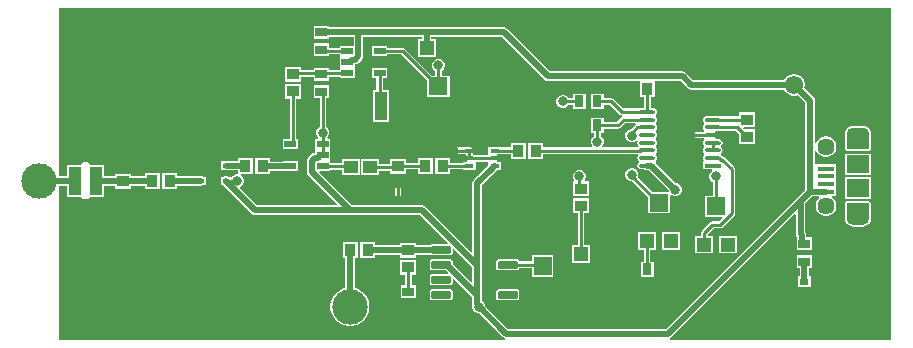
<source format=gbr>
G04*
G04 #@! TF.GenerationSoftware,Altium Limited,Altium Designer,24.6.1 (21)*
G04*
G04 Layer_Physical_Order=1*
G04 Layer_Color=255*
%FSLAX25Y25*%
%MOIN*%
G70*
G04*
G04 #@! TF.SameCoordinates,070BA572-D09E-44C5-9521-77B36399D436*
G04*
G04*
G04 #@! TF.FilePolarity,Positive*
G04*
G01*
G75*
%ADD11C,0.01968*%
%ADD17C,0.01000*%
%ADD18R,0.04724X0.04724*%
%ADD19R,0.06299X0.05906*%
%ADD20R,0.04724X0.04724*%
%ADD21R,0.05906X0.06299*%
%ADD22R,0.03937X0.03150*%
%ADD23R,0.03150X0.02362*%
%ADD24R,0.05336X0.01342*%
G04:AMPARAMS|DCode=25|XSize=53.36mil|YSize=13.42mil|CornerRadius=6.71mil|HoleSize=0mil|Usage=FLASHONLY|Rotation=180.000|XOffset=0mil|YOffset=0mil|HoleType=Round|Shape=RoundedRectangle|*
%AMROUNDEDRECTD25*
21,1,0.05336,0.00000,0,0,180.0*
21,1,0.03995,0.01342,0,0,180.0*
1,1,0.01342,-0.01997,0.00000*
1,1,0.01342,0.01997,0.00000*
1,1,0.01342,0.01997,0.00000*
1,1,0.01342,-0.01997,0.00000*
%
%ADD25ROUNDEDRECTD25*%
%ADD26R,0.03740X0.04134*%
%ADD27R,0.05315X0.01575*%
%ADD28R,0.07480X0.05906*%
%ADD29R,0.03150X0.03937*%
%ADD30R,0.04134X0.03740*%
%ADD31R,0.04134X0.09449*%
%ADD32R,0.03850X0.02200*%
%ADD33R,0.02362X0.01575*%
%ADD34R,0.04748X0.04166*%
%ADD35R,0.03100X0.01400*%
G04:AMPARAMS|DCode=36|XSize=25.59mil|YSize=64.96mil|CornerRadius=1.92mil|HoleSize=0mil|Usage=FLASHONLY|Rotation=270.000|XOffset=0mil|YOffset=0mil|HoleType=Round|Shape=RoundedRectangle|*
%AMROUNDEDRECTD36*
21,1,0.02559,0.06112,0,0,270.0*
21,1,0.02175,0.06496,0,0,270.0*
1,1,0.00384,-0.03056,-0.01088*
1,1,0.00384,-0.03056,0.01088*
1,1,0.00384,0.03056,0.01088*
1,1,0.00384,0.03056,-0.01088*
%
%ADD36ROUNDEDRECTD36*%
%ADD37C,0.05709*%
%ADD38C,0.06102*%
%ADD39R,0.06102X0.06102*%
%ADD40C,0.03150*%
%ADD41C,0.02800*%
%ADD42C,0.11811*%
%ADD43C,0.02000*%
G36*
X587833Y413323D02*
X587826Y413286D01*
X587487Y413060D01*
X586093Y411665D01*
X586069D01*
X585273Y411336D01*
X584664Y410727D01*
X584335Y409931D01*
Y409069D01*
X584664Y408273D01*
X585273Y407664D01*
X586069Y407335D01*
X586931D01*
X587727Y407664D01*
X587948Y407885D01*
X588364Y407595D01*
X588290Y407221D01*
X588388Y406728D01*
X588666Y406311D01*
X588498Y405825D01*
X588282Y405612D01*
X576881D01*
X576674Y406112D01*
X576836Y406273D01*
X577165Y407069D01*
Y407931D01*
X576836Y408727D01*
X576227Y409336D01*
X576112Y409383D01*
Y410441D01*
X577118D01*
Y411888D01*
X581807D01*
X581807Y411888D01*
X582232Y411973D01*
X582593Y412214D01*
X584165Y413786D01*
X587672D01*
X587833Y413323D01*
D02*
G37*
G36*
X673000Y341500D02*
X599080D01*
X599013Y341996D01*
X599115Y342017D01*
X599635Y342365D01*
X640627Y383356D01*
X641089Y383165D01*
Y376721D01*
X641089Y376720D01*
X641211Y376106D01*
X641410Y375808D01*
Y374043D01*
X641410Y374043D01*
X641441Y373888D01*
Y371287D01*
X646559D01*
Y375618D01*
X644621D01*
Y376399D01*
X644499Y377014D01*
X644300Y377312D01*
Y387029D01*
X646547Y389276D01*
X648737D01*
X648932Y388776D01*
X648428Y388273D01*
X647975Y387487D01*
X647740Y386611D01*
Y385704D01*
X647975Y384828D01*
X648428Y384042D01*
X649070Y383401D01*
X649855Y382947D01*
X650732Y382713D01*
X651639D01*
X652515Y382947D01*
X653300Y383401D01*
X653942Y384042D01*
X654395Y384828D01*
X654630Y385704D01*
Y386611D01*
X654395Y387487D01*
X653942Y388273D01*
X653300Y388914D01*
X653145Y389004D01*
X653279Y389504D01*
X654433D01*
Y392063D01*
Y394622D01*
Y397181D01*
Y399937D01*
X647937D01*
Y399937D01*
X647488Y400059D01*
Y404400D01*
X647975Y404513D01*
X648428Y403727D01*
X649070Y403086D01*
X649855Y402632D01*
X650732Y402398D01*
X651639D01*
X652515Y402632D01*
X653300Y403086D01*
X653942Y403727D01*
X654395Y404513D01*
X654630Y405389D01*
Y406296D01*
X654395Y407172D01*
X653942Y407958D01*
X653300Y408599D01*
X652515Y409053D01*
X651639Y409287D01*
X650732D01*
X649855Y409053D01*
X649070Y408599D01*
X648428Y407958D01*
X647975Y407172D01*
X647488Y407285D01*
Y421118D01*
X647488Y421118D01*
X647365Y421733D01*
X647017Y422254D01*
X647017Y422254D01*
X643953Y425317D01*
X644142Y426021D01*
Y426979D01*
X643893Y427906D01*
X643414Y428736D01*
X642736Y429414D01*
X641906Y429893D01*
X640979Y430142D01*
X640021D01*
X639094Y429893D01*
X638264Y429414D01*
X637586Y428736D01*
X637222Y428106D01*
X606898D01*
X604530Y430474D01*
X604009Y430822D01*
X603395Y430944D01*
X603394Y430944D01*
X559165D01*
X544974Y445135D01*
X544453Y445483D01*
X543838Y445606D01*
X543838Y445606D01*
X518000D01*
X518000Y445606D01*
X518000Y445606D01*
X485559D01*
Y446165D01*
X480441D01*
Y441835D01*
X485559D01*
Y442394D01*
X493716D01*
Y439431D01*
X489110D01*
Y438852D01*
X485559D01*
Y440260D01*
X480441D01*
Y435929D01*
X485559D01*
Y436628D01*
X489110D01*
Y436050D01*
X489109Y436050D01*
Y435690D01*
X489109D01*
X489110Y435550D01*
Y432450D01*
X489109Y432309D01*
X489110Y431872D01*
X488959Y431372D01*
X485559D01*
Y432165D01*
X480441D01*
Y431372D01*
X476158D01*
Y432461D01*
X470843D01*
Y427539D01*
X476158D01*
Y429148D01*
X480441D01*
Y427835D01*
X485559D01*
Y429148D01*
X489110D01*
Y428569D01*
X494140D01*
Y431809D01*
X494141Y431950D01*
Y432309D01*
X494140Y432450D01*
Y432803D01*
X494284Y433263D01*
X494898Y433385D01*
X495419Y433733D01*
X496457Y434771D01*
X496457Y434771D01*
X496805Y435292D01*
X496927Y435906D01*
Y442394D01*
X516457D01*
Y441748D01*
X515110D01*
Y435843D01*
X521016D01*
Y441748D01*
X519669D01*
Y442394D01*
X543173D01*
X557365Y428203D01*
X557886Y427855D01*
X558500Y427733D01*
X588716D01*
X589185Y427658D01*
X589185Y427233D01*
Y422342D01*
X590461D01*
Y418743D01*
X589576D01*
X589084Y418645D01*
X588970Y418569D01*
X583504D01*
X580286Y421786D01*
X579925Y422027D01*
X579500Y422112D01*
X579500Y422112D01*
X577071D01*
Y423559D01*
X572740D01*
Y418441D01*
X577071D01*
Y419888D01*
X579039D01*
X582257Y416671D01*
X582257Y416670D01*
X582618Y416429D01*
X583033Y416347D01*
X583050Y416315D01*
X583159Y415845D01*
X582918Y415684D01*
X582918Y415684D01*
X581346Y414112D01*
X577118D01*
Y415559D01*
X572787D01*
Y410441D01*
X573888D01*
Y409383D01*
X573773Y409336D01*
X573164Y408727D01*
X572835Y407931D01*
Y407069D01*
X573164Y406273D01*
X573326Y406112D01*
X573119Y405612D01*
X556815D01*
Y407158D01*
X551894D01*
Y401842D01*
X556815D01*
Y403388D01*
X588362D01*
X588429Y403306D01*
X588584Y402888D01*
X588388Y402595D01*
X588290Y402102D01*
X588388Y401610D01*
X588666Y401193D01*
X588770Y401124D01*
Y400522D01*
X588666Y400453D01*
X588388Y400035D01*
X588290Y399543D01*
X588388Y399051D01*
X588666Y398634D01*
X589084Y398355D01*
X589576Y398257D01*
X590663D01*
X590959Y398060D01*
X591573Y397938D01*
X592279D01*
X598822Y391395D01*
Y391069D01*
X598610Y390752D01*
X593332D01*
X588475Y395609D01*
X588665Y396069D01*
Y396931D01*
X588336Y397727D01*
X587727Y398336D01*
X586931Y398665D01*
X586069D01*
X585273Y398336D01*
X584664Y397727D01*
X584335Y396931D01*
Y396069D01*
X584664Y395273D01*
X585273Y394664D01*
X586069Y394335D01*
X586605D01*
X591760Y389179D01*
Y383665D01*
X599240D01*
Y389531D01*
X599702Y389723D01*
X599760Y389664D01*
X600556Y389335D01*
X601418D01*
X602214Y389664D01*
X602823Y390273D01*
X603152Y391069D01*
Y391931D01*
X602823Y392727D01*
X602214Y393336D01*
X601418Y393665D01*
X601092D01*
X594768Y399990D01*
X594759Y400035D01*
X594480Y400453D01*
X594376Y400522D01*
Y401124D01*
X594480Y401193D01*
X594759Y401610D01*
X594857Y402102D01*
X594759Y402595D01*
X594480Y403012D01*
X594376Y403081D01*
Y403683D01*
X594480Y403752D01*
X594759Y404169D01*
X594857Y404661D01*
X594759Y405154D01*
X594480Y405571D01*
X594376Y405640D01*
Y406242D01*
X594480Y406311D01*
X594759Y406728D01*
X594857Y407221D01*
X594759Y407713D01*
X594480Y408130D01*
X594376Y408199D01*
Y408801D01*
X594480Y408870D01*
X594759Y409287D01*
X594857Y409780D01*
X594759Y410272D01*
X594480Y410689D01*
X594376Y410758D01*
Y411360D01*
X594480Y411429D01*
X594759Y411846D01*
X594857Y412339D01*
X594759Y412831D01*
X594480Y413248D01*
X594376Y413317D01*
Y413919D01*
X594480Y413988D01*
X594759Y414405D01*
X594857Y414898D01*
X594759Y415390D01*
X594480Y415807D01*
X594376Y415876D01*
Y416478D01*
X594480Y416547D01*
X594759Y416964D01*
X594857Y417457D01*
X594759Y417949D01*
X594480Y418366D01*
X594063Y418645D01*
X593571Y418743D01*
X592685D01*
Y422342D01*
X594106D01*
X594106Y427658D01*
X594575Y427733D01*
X602729D01*
X605097Y425365D01*
X605097Y425365D01*
X605618Y425017D01*
X606233Y424894D01*
X606233Y424894D01*
X637222D01*
X637586Y424264D01*
X638264Y423586D01*
X639094Y423106D01*
X640021Y422858D01*
X640979D01*
X641683Y423047D01*
X644276Y420453D01*
Y391547D01*
X641559Y388830D01*
X641559Y388830D01*
X597835Y345106D01*
X545318D01*
X537665Y352759D01*
Y352931D01*
X537336Y353727D01*
X536727Y354336D01*
X536503Y354428D01*
Y356449D01*
Y366401D01*
Y392973D01*
X541270Y397740D01*
X541270Y397740D01*
X541496Y398079D01*
X541603Y398150D01*
X542840D01*
Y400732D01*
X541665D01*
X541573Y400854D01*
X541488Y401207D01*
X541556Y401319D01*
X541727Y401575D01*
X541812Y402000D01*
X541727Y402425D01*
X541498Y402768D01*
X541519Y402875D01*
X541665Y403268D01*
X542840D01*
Y403447D01*
X546185D01*
Y401842D01*
X551106D01*
Y407158D01*
X546185D01*
Y405671D01*
X542840D01*
Y405850D01*
X538559D01*
X538559Y403268D01*
X538124Y403112D01*
X533412D01*
Y404559D01*
X533327Y404985D01*
X533086Y405345D01*
X532725Y405586D01*
X532300Y405671D01*
X527059D01*
X526634Y405586D01*
X526273Y405345D01*
X526032Y404985D01*
X525947Y404559D01*
X526032Y404134D01*
X526273Y403773D01*
X526634Y403532D01*
X527059Y403447D01*
X531188D01*
Y402000D01*
X531273Y401575D01*
X531502Y401232D01*
X531481Y401125D01*
X531335Y400732D01*
X530160D01*
Y400553D01*
X525815D01*
Y402157D01*
X520894D01*
Y396843D01*
X525815D01*
Y398329D01*
X530160D01*
Y398150D01*
X534441D01*
X534441Y400732D01*
X534876Y400888D01*
X538124D01*
X538559Y400732D01*
Y399571D01*
X533762Y394774D01*
X533414Y394253D01*
X533292Y393638D01*
X533292Y393638D01*
Y370931D01*
X532830Y370740D01*
X517780Y385789D01*
X517260Y386137D01*
X516645Y386259D01*
X516645Y386259D01*
X493116D01*
X482268Y397107D01*
X482459Y397569D01*
X485890D01*
Y398148D01*
X489783D01*
Y396326D01*
X495712D01*
Y401674D01*
X489783D01*
Y400372D01*
X485890D01*
Y400950D01*
X485891Y400950D01*
Y401309D01*
X485891D01*
X485890Y401450D01*
Y404691D01*
X485891D01*
Y405050D01*
X485890D01*
Y408431D01*
X485200D01*
X484993Y408931D01*
X485336Y409273D01*
X485665Y410069D01*
Y410931D01*
X485336Y411727D01*
X484727Y412336D01*
X484612Y412383D01*
Y421929D01*
X485559D01*
Y426260D01*
X480441D01*
Y421929D01*
X482388D01*
Y412383D01*
X482273Y412336D01*
X481664Y411727D01*
X481335Y410931D01*
Y410069D01*
X481664Y409273D01*
X482007Y408931D01*
X481800Y408431D01*
X480860D01*
Y405050D01*
X480859D01*
Y404691D01*
X480860D01*
Y403737D01*
X480716D01*
X480102Y403615D01*
X479581Y403267D01*
X479581Y403267D01*
X478543Y402229D01*
X478195Y401708D01*
X478073Y401094D01*
X478073Y401094D01*
Y397426D01*
X478073Y397426D01*
X478195Y396812D01*
X478543Y396291D01*
X488112Y386721D01*
X487921Y386259D01*
X461586D01*
X455830Y392016D01*
X455928Y392506D01*
X456168Y392605D01*
X456777Y393214D01*
X457106Y394010D01*
Y394872D01*
X456777Y395668D01*
X456168Y396277D01*
X456008Y396342D01*
X456108Y396843D01*
X460106D01*
Y402157D01*
X455185D01*
Y401181D01*
X451134D01*
X450513Y401057D01*
X450333Y400937D01*
X449362D01*
Y398181D01*
X450333D01*
X450513Y398061D01*
X451134Y397937D01*
X455185D01*
Y397106D01*
X455185Y396843D01*
X454783Y396606D01*
X454510D01*
X453714Y396277D01*
X453362Y395924D01*
X452906Y395819D01*
X452906Y395819D01*
X451906D01*
X451748Y395924D01*
X451134Y396047D01*
X450519Y395924D01*
X450361Y395819D01*
X449362D01*
Y393063D01*
X450241D01*
X459786Y383518D01*
X459786Y383518D01*
X460307Y383170D01*
X460921Y383048D01*
X492451D01*
X492451Y383048D01*
X492451Y383048D01*
X515980D01*
X525180Y373847D01*
X524989Y373385D01*
X519822D01*
X519517Y373325D01*
X519258Y373152D01*
X519178Y373033D01*
X514657D01*
Y373815D01*
X509342D01*
Y373033D01*
X500815D01*
Y374158D01*
X495894D01*
Y368843D01*
X500815D01*
Y369822D01*
X509342D01*
Y368894D01*
X514657D01*
Y369822D01*
X519298D01*
X519517Y369675D01*
X519822Y369615D01*
X525934D01*
X526239Y369675D01*
X526498Y369848D01*
X526671Y370107D01*
X526732Y370412D01*
Y371643D01*
X527194Y371834D01*
X533292Y365736D01*
Y360979D01*
X532830Y360787D01*
X526732Y366885D01*
Y367588D01*
X526671Y367893D01*
X526498Y368152D01*
X526239Y368325D01*
X525934Y368385D01*
X519822D01*
X519517Y368325D01*
X519258Y368152D01*
X519085Y367893D01*
X519024Y367588D01*
Y365412D01*
X519085Y365107D01*
X519258Y364848D01*
X519517Y364675D01*
X519822Y364615D01*
X524461D01*
X525228Y363847D01*
X525037Y363385D01*
X519822D01*
X519517Y363325D01*
X519258Y363152D01*
X519085Y362893D01*
X519024Y362588D01*
Y360412D01*
X519085Y360107D01*
X519258Y359848D01*
X519517Y359675D01*
X519822Y359615D01*
X525934D01*
X526239Y359675D01*
X526498Y359848D01*
X526671Y360107D01*
X526732Y360412D01*
Y361691D01*
X527194Y361882D01*
X533292Y355784D01*
Y353256D01*
X533292Y353256D01*
X533349Y352966D01*
X533335Y352931D01*
Y352069D01*
X533664Y351273D01*
X534273Y350664D01*
X535069Y350335D01*
X535548D01*
X543518Y342365D01*
X544039Y342017D01*
X544141Y341996D01*
X544073Y341500D01*
X395500D01*
Y392878D01*
X398059D01*
Y389185D01*
X402932D01*
Y388988D01*
X403119Y388536D01*
X403571Y388349D01*
X405146D01*
X405598Y388536D01*
X405785Y388988D01*
Y389185D01*
X410658D01*
Y392878D01*
X414342D01*
Y391894D01*
X419658D01*
Y392878D01*
X424185D01*
Y391843D01*
X429106D01*
Y397158D01*
X424185D01*
Y396122D01*
X419658D01*
Y396815D01*
X414342D01*
Y396122D01*
X410658D01*
Y399815D01*
X405785D01*
Y400012D01*
X405598Y400464D01*
X405146Y400651D01*
X403571D01*
X403119Y400464D01*
X402932Y400012D01*
Y399815D01*
X398059D01*
Y396122D01*
X395500D01*
Y452000D01*
X673000D01*
Y341500D01*
D02*
G37*
%LPC*%
G36*
X504890Y439431D02*
X499859D01*
Y436050D01*
X504890D01*
Y436628D01*
X509602D01*
X518260Y427971D01*
Y422457D01*
X525740D01*
Y429543D01*
X523112D01*
Y431117D01*
X523227Y431164D01*
X523836Y431773D01*
X524165Y432569D01*
Y433431D01*
X523836Y434227D01*
X523227Y434836D01*
X522431Y435165D01*
X521569D01*
X520773Y434836D01*
X520164Y434227D01*
X519835Y433431D01*
Y432569D01*
X520164Y431773D01*
X520773Y431164D01*
X520888Y431117D01*
Y429543D01*
X519832D01*
X510849Y438526D01*
X510489Y438767D01*
X510063Y438852D01*
X510063Y438852D01*
X504890D01*
Y439431D01*
D02*
G37*
G36*
X571165Y423559D02*
X566835D01*
Y422112D01*
X565383D01*
X565336Y422227D01*
X564727Y422836D01*
X563931Y423165D01*
X563069D01*
X562273Y422836D01*
X561664Y422227D01*
X561335Y421431D01*
Y420569D01*
X561664Y419773D01*
X562273Y419164D01*
X563069Y418835D01*
X563931D01*
X564727Y419164D01*
X565336Y419773D01*
X565383Y419888D01*
X566835D01*
Y418441D01*
X571165D01*
Y423559D01*
D02*
G37*
G36*
X627658Y417315D02*
X622342D01*
Y416010D01*
X616030D01*
X615916Y416086D01*
X615424Y416184D01*
X611429D01*
X610937Y416086D01*
X610520Y415807D01*
X610241Y415390D01*
X610143Y414898D01*
X610241Y414405D01*
X610520Y413988D01*
X610624Y413919D01*
Y413317D01*
X610520Y413248D01*
X610241Y412831D01*
X610143Y412339D01*
X610241Y411846D01*
X610520Y411429D01*
X610576Y411391D01*
X610425Y410891D01*
X606280D01*
X605854Y410807D01*
X605493Y410566D01*
X605252Y410205D01*
X605168Y409780D01*
X605252Y409354D01*
X605493Y408993D01*
X605854Y408752D01*
X606280Y408668D01*
X610425D01*
X610576Y408168D01*
X610520Y408130D01*
X610241Y407713D01*
X610143Y407221D01*
X610241Y406728D01*
X610520Y406311D01*
X610624Y406242D01*
Y405640D01*
X610520Y405571D01*
X610241Y405154D01*
X610143Y404661D01*
X610241Y404169D01*
X610520Y403752D01*
X610624Y403683D01*
Y403081D01*
X610520Y403012D01*
X610241Y402595D01*
X610143Y402102D01*
X610241Y401610D01*
X610445Y401305D01*
X610309Y400916D01*
X610224Y400805D01*
X610168D01*
Y398282D01*
X613066D01*
X613181Y398034D01*
X613220Y397782D01*
X612664Y397227D01*
X612335Y396431D01*
Y395569D01*
X612664Y394773D01*
X613273Y394164D01*
X613388Y394117D01*
Y389543D01*
X610760D01*
Y382457D01*
X616376D01*
X616567Y381995D01*
X615515Y380943D01*
X613327D01*
X613327Y380943D01*
X612902Y380858D01*
X612541Y380617D01*
X609777Y377853D01*
X609536Y377492D01*
X609451Y377067D01*
X609451Y377067D01*
Y376157D01*
X607610D01*
Y370252D01*
X613516D01*
Y376157D01*
X611798D01*
X611726Y376658D01*
X613788Y378719D01*
X615976D01*
X615976Y378719D01*
X616401Y378804D01*
X616762Y379045D01*
X620511Y382793D01*
X620511Y382793D01*
X620752Y383154D01*
X620836Y383580D01*
Y398405D01*
X620836Y398405D01*
X620752Y398831D01*
X620511Y399191D01*
X620511Y399191D01*
X617414Y402288D01*
X617054Y402529D01*
X616628Y402613D01*
X616628Y402613D01*
X616600D01*
X616333Y403012D01*
X616229Y403081D01*
Y403683D01*
X616333Y403752D01*
X616612Y404169D01*
X616710Y404661D01*
X616612Y405154D01*
X616333Y405571D01*
X616229Y405640D01*
Y406242D01*
X616333Y406311D01*
X616612Y406728D01*
X616710Y407221D01*
X616612Y407713D01*
X616333Y408130D01*
X615916Y408409D01*
X615424Y408506D01*
X614385D01*
X614237Y408924D01*
X614222Y409007D01*
X614454Y409354D01*
X614539Y409780D01*
X614454Y410205D01*
X614222Y410553D01*
X614237Y410635D01*
X614385Y411053D01*
X615424D01*
X615916Y411150D01*
X616030Y411227D01*
X621150D01*
X622342Y410034D01*
Y406685D01*
X627658D01*
Y411606D01*
X623917D01*
X623628Y411957D01*
X623815Y412394D01*
X627658D01*
Y417315D01*
D02*
G37*
G36*
X504890Y431950D02*
X499860D01*
Y428569D01*
X501263D01*
Y424815D01*
X500343D01*
Y414185D01*
X505657D01*
Y424815D01*
X503487D01*
Y428569D01*
X504890D01*
Y431950D01*
D02*
G37*
G36*
X476158Y426752D02*
X470843D01*
Y421831D01*
X472388D01*
Y408431D01*
X470110D01*
Y405050D01*
X475140D01*
Y408431D01*
X474612D01*
Y421831D01*
X476158D01*
Y426752D01*
D02*
G37*
G36*
X663587Y412781D02*
X660043Y412781D01*
X659949Y412742D01*
X659375Y412666D01*
X658753Y412409D01*
X658218Y411998D01*
X657808Y411464D01*
X657550Y410841D01*
X657475Y410267D01*
X657436Y410173D01*
Y405055D01*
X657623Y404603D01*
X658075Y404416D01*
X665555D01*
X666007Y404603D01*
X666194Y405055D01*
Y410173D01*
X666155Y410267D01*
X666080Y410841D01*
X665822Y411464D01*
X665412Y411998D01*
X664877Y412409D01*
X664255Y412666D01*
X663681Y412742D01*
X663587Y412781D01*
D02*
G37*
G36*
X520106Y402157D02*
X515185D01*
Y400466D01*
X511158D01*
Y401815D01*
X505842D01*
Y400112D01*
X502217D01*
Y401674D01*
X496288D01*
Y396326D01*
X502217D01*
Y397888D01*
X505842D01*
Y396894D01*
X511158D01*
Y398242D01*
X515185D01*
Y396843D01*
X520106D01*
Y402157D01*
D02*
G37*
G36*
X465815D02*
X460894D01*
Y396843D01*
X465815D01*
Y397638D01*
X470110D01*
Y397569D01*
X475140D01*
Y400950D01*
X470110D01*
Y400882D01*
X465815D01*
Y402157D01*
D02*
G37*
G36*
X666146Y403480D02*
X657484D01*
Y396394D01*
X666146D01*
Y403480D01*
D02*
G37*
G36*
X434815Y397158D02*
X429894D01*
Y391843D01*
X434815D01*
Y392819D01*
X442866D01*
X443487Y392943D01*
X443667Y393063D01*
X444638D01*
Y395819D01*
X443667D01*
X443487Y395939D01*
X442866Y396063D01*
X434815D01*
Y397158D01*
D02*
G37*
G36*
X569431Y398165D02*
X568569D01*
X567773Y397836D01*
X567164Y397227D01*
X566835Y396431D01*
Y395569D01*
X567147Y394815D01*
X566969Y394315D01*
X566843D01*
Y389394D01*
X572157D01*
Y394315D01*
X571031D01*
X570853Y394815D01*
X571165Y395569D01*
Y396431D01*
X570836Y397227D01*
X570227Y397836D01*
X569431Y398165D01*
D02*
G37*
G36*
X666146Y395606D02*
X657484D01*
Y388520D01*
X666146D01*
Y395606D01*
D02*
G37*
G36*
X508500Y394758D02*
X508075Y394673D01*
X507714Y394432D01*
X507473Y394071D01*
X507388Y393646D01*
Y388000D01*
X507473Y387575D01*
X507714Y387214D01*
X508075Y386973D01*
X508500Y386888D01*
X508925Y386973D01*
X509286Y387214D01*
X509527Y387575D01*
X509612Y388000D01*
Y393646D01*
X509527Y394071D01*
X509286Y394432D01*
X508925Y394673D01*
X508500Y394758D01*
D02*
G37*
G36*
X665555Y387584D02*
X658075D01*
X657623Y387397D01*
X657436Y386945D01*
Y381827D01*
X657475Y381733D01*
X657550Y381159D01*
X657808Y380536D01*
X658218Y380002D01*
X658753Y379591D01*
X659375Y379334D01*
X659949Y379258D01*
X660043Y379219D01*
X663587Y379219D01*
X663681Y379258D01*
X664255Y379334D01*
X664877Y379591D01*
X665412Y380002D01*
X665822Y380536D01*
X666080Y381159D01*
X666155Y381733D01*
X666194Y381827D01*
Y386945D01*
X666007Y387397D01*
X665555Y387584D01*
D02*
G37*
G36*
X602390Y377366D02*
X596484D01*
Y371461D01*
X602390D01*
Y377366D01*
D02*
G37*
G36*
X621390Y376157D02*
X615484D01*
Y370252D01*
X621390D01*
Y376157D01*
D02*
G37*
G36*
X560287Y369852D02*
X553201D01*
Y367612D01*
X548971D01*
X548915Y367893D01*
X548742Y368152D01*
X548484Y368325D01*
X548178Y368385D01*
X542066D01*
X541761Y368325D01*
X541502Y368152D01*
X541329Y367893D01*
X541268Y367588D01*
Y365412D01*
X541329Y365107D01*
X541502Y364848D01*
X541761Y364675D01*
X542066Y364615D01*
X548178D01*
X548484Y364675D01*
X548742Y364848D01*
X548915Y365107D01*
X548971Y365388D01*
X553201D01*
Y362372D01*
X560287D01*
Y369852D01*
D02*
G37*
G36*
X572157Y388606D02*
X566843D01*
Y383685D01*
X568428D01*
Y373002D01*
X566587D01*
Y367096D01*
X572492D01*
Y373002D01*
X570651D01*
Y383685D01*
X572157D01*
Y388606D01*
D02*
G37*
G36*
X594516Y377366D02*
X588610D01*
Y371461D01*
X590435D01*
Y367559D01*
X589382D01*
Y362441D01*
X593713D01*
Y367559D01*
X592659D01*
Y371461D01*
X594516D01*
Y377366D01*
D02*
G37*
G36*
X646559Y369713D02*
X641441D01*
Y365382D01*
X642394D01*
Y362626D01*
X641835D01*
Y359083D01*
X646165D01*
Y362626D01*
X645606D01*
Y365382D01*
X646559D01*
Y369713D01*
D02*
G37*
G36*
X514657Y368106D02*
X509342D01*
Y363185D01*
X510888D01*
Y359618D01*
X509441D01*
Y355287D01*
X514559D01*
Y359618D01*
X513112D01*
Y363185D01*
X514657D01*
Y368106D01*
D02*
G37*
G36*
X548178Y358385D02*
X542066D01*
X541761Y358325D01*
X541502Y358152D01*
X541329Y357893D01*
X541268Y357588D01*
Y355412D01*
X541329Y355107D01*
X541502Y354848D01*
X541761Y354675D01*
X542066Y354615D01*
X548178D01*
X548484Y354675D01*
X548742Y354848D01*
X548915Y355107D01*
X548976Y355412D01*
Y357588D01*
X548915Y357893D01*
X548742Y358152D01*
X548484Y358325D01*
X548178Y358385D01*
D02*
G37*
G36*
X525934D02*
X519822D01*
X519517Y358325D01*
X519258Y358152D01*
X519085Y357893D01*
X519024Y357588D01*
Y355412D01*
X519085Y355107D01*
X519258Y354848D01*
X519517Y354675D01*
X519822Y354615D01*
X525934D01*
X526239Y354675D01*
X526498Y354848D01*
X526671Y355107D01*
X526732Y355412D01*
Y357588D01*
X526671Y357893D01*
X526498Y358152D01*
X526239Y358325D01*
X525934Y358385D01*
D02*
G37*
G36*
X495106Y374158D02*
X490185D01*
Y368843D01*
X490967D01*
Y358818D01*
X490605Y358746D01*
X489423Y358257D01*
X488359Y357546D01*
X487454Y356641D01*
X486743Y355577D01*
X486254Y354395D01*
X486004Y353140D01*
Y351860D01*
X486254Y350605D01*
X486743Y349423D01*
X487454Y348359D01*
X488359Y347454D01*
X489423Y346743D01*
X490605Y346254D01*
X491860Y346004D01*
X493140D01*
X494395Y346254D01*
X495577Y346743D01*
X496641Y347454D01*
X497546Y348359D01*
X498257Y349423D01*
X498746Y350605D01*
X498996Y351860D01*
Y353140D01*
X498746Y354395D01*
X498257Y355577D01*
X497546Y356641D01*
X496641Y357546D01*
X495577Y358257D01*
X494395Y358746D01*
X494178Y358789D01*
Y368843D01*
X495106D01*
Y374158D01*
D02*
G37*
%LPD*%
G36*
X663587Y410173D02*
X660043D01*
Y412142D01*
X663587Y412142D01*
Y410173D01*
D02*
G37*
G36*
X665555Y405055D02*
X658075D01*
Y410173D01*
X665555D01*
Y405055D01*
D02*
G37*
G36*
Y381827D02*
X658075D01*
Y386945D01*
X665555D01*
Y381827D01*
D02*
G37*
G36*
X663587Y379858D02*
X660043Y379858D01*
Y381827D01*
X663587D01*
Y379858D01*
D02*
G37*
D11*
X664571Y381827D02*
G03*
X664571Y381827I-984J0D01*
G01*
X661028D02*
G03*
X661028Y381827I-984J0D01*
G01*
X664571Y410173D02*
G03*
X664571Y410173I-984J0D01*
G01*
X661027D02*
G03*
X661027Y410173I-984J0D01*
G01*
X518000Y444000D02*
X543838D01*
X495500D02*
X518000D01*
X518063Y438795D02*
Y443937D01*
X518000Y444000D02*
X518063Y443937D01*
X644000Y360854D02*
Y367547D01*
X598500Y343500D02*
X642694Y387694D01*
X645882Y390882D02*
Y421118D01*
X643016Y374043D02*
X643606Y373453D01*
X642694Y376720D02*
X643016Y376399D01*
X642694Y376720D02*
Y387694D01*
X643606Y373453D02*
X644000D01*
X643016Y374043D02*
Y376399D01*
X642694Y387694D02*
X645882Y390882D01*
X534897Y353256D02*
X544653Y343500D01*
X534897Y393638D02*
X540134Y398875D01*
X540418Y399441D02*
X540700D01*
X540134Y399157D02*
X540418Y399441D01*
X540134Y398875D02*
Y399157D01*
X534897Y366401D02*
Y393638D01*
X591573Y399543D02*
X592944D01*
X600987Y391500D01*
X483000Y444000D02*
X495500D01*
X492450Y434000D02*
X493319Y434868D01*
X495322Y435906D02*
Y443822D01*
X491625Y434000D02*
X492450D01*
X493319Y434868D02*
X494284D01*
X495322Y435906D01*
Y443822D02*
X495500Y444000D01*
X558500Y429338D02*
X603395D01*
X543838Y444000D02*
X558500Y429338D01*
X603395D02*
X606233Y426500D01*
X640500D01*
X645882Y421118D01*
X460921Y384653D02*
X492451D01*
X451134Y394441D02*
X460921Y384653D01*
X516645D02*
X534897Y366401D01*
X492451Y384653D02*
X516645D01*
X534897Y356449D02*
Y366401D01*
X479678Y397426D02*
X492451Y384653D01*
X479678Y397426D02*
Y401094D01*
X480716Y402132D01*
X481681D01*
X482550Y403000D01*
X483375D01*
X522878Y366500D02*
X524847D01*
X534897Y356449D01*
X544653Y343500D02*
X598500D01*
X534897Y353256D02*
Y356449D01*
X645882Y390882D02*
X651185D01*
X492573Y352573D02*
Y371427D01*
X492500Y352500D02*
X492573Y352573D01*
Y371427D02*
X492646Y371500D01*
X498354D02*
X498427Y371427D01*
X511927D02*
X512000Y371354D01*
X498427Y371427D02*
X511927D01*
X512073D02*
X522805D01*
X512000Y371354D02*
X512073Y371427D01*
X522805D02*
X522878Y371500D01*
D17*
X521803Y426000D02*
X522000D01*
X502375Y437740D02*
X510063D01*
X521803Y426000D01*
X610563Y373205D02*
Y377067D01*
X613327Y379831D01*
X615976D01*
X619724Y383580D01*
Y398405D01*
X595303Y387209D02*
X595500D01*
X586500Y396012D02*
X595303Y387209D01*
X586500Y396012D02*
Y396500D01*
X591547Y365000D02*
Y374398D01*
X591563Y374413D01*
X569500Y386146D02*
X569539Y386106D01*
Y370049D02*
Y386106D01*
X545122Y366500D02*
X556356D01*
X556744Y366112D01*
X569000Y392354D02*
X569500Y391854D01*
X569000Y392354D02*
Y396000D01*
X522000Y426000D02*
Y433000D01*
X483000Y424094D02*
X483500Y423595D01*
Y410500D02*
Y423595D01*
X606280Y409780D02*
X613427D01*
X614500Y386000D02*
Y396000D01*
X508500Y388000D02*
Y393646D01*
X483500Y406865D02*
Y410500D01*
X483375Y406740D02*
X483500Y406865D01*
X451134Y394441D02*
X454941D01*
X586500Y409500D02*
Y410500D01*
X588273Y412273D02*
X591508D01*
X586500Y410500D02*
X588273Y412273D01*
X591508D02*
X591573Y412339D01*
X575000Y407500D02*
Y412953D01*
X574953Y413000D02*
X575000Y412953D01*
X563500Y421000D02*
X569000D01*
X512000Y357453D02*
Y365646D01*
X591028Y365520D02*
X591547Y365000D01*
X616628Y401502D02*
X619724Y398405D01*
X616117Y401502D02*
X616628D01*
X615517Y402102D02*
X616117Y401502D01*
X613427Y402102D02*
X615517D01*
X613427Y414898D02*
X624957D01*
X625000Y414854D01*
X624803Y409146D02*
X625000D01*
X613427Y412339D02*
X621610D01*
X624803Y409146D01*
X591573Y417457D02*
Y424928D01*
X591646Y425000D01*
X579500Y421000D02*
X583043Y417457D01*
X591573D01*
X574905Y421000D02*
X579500D01*
X581807Y413000D02*
X583704Y414898D01*
X574953Y413000D02*
X581807D01*
X583704Y414898D02*
X591573D01*
X554354Y404500D02*
X589322D01*
X589483Y404661D01*
X591573D01*
X540700Y404559D02*
X548587D01*
X548646Y404500D01*
X532300Y402000D02*
X540700D01*
X527059Y404559D02*
X532300D01*
Y402000D02*
Y404559D01*
X523354Y399500D02*
X523413Y399441D01*
X532300D01*
X517500Y399354D02*
X517646Y399500D01*
X508500Y399354D02*
X517500D01*
X499252Y399000D02*
X508146D01*
X508500Y399354D01*
X502375Y420125D02*
Y430260D01*
Y420125D02*
X503000Y419500D01*
X483375Y403000D02*
Y406740D01*
X492488Y399260D02*
X492748Y399000D01*
X483375Y399260D02*
X492488D01*
X463354Y399500D02*
X463594Y399260D01*
X457587Y399559D02*
X457646Y399500D01*
X613427Y404661D02*
X613427Y404661D01*
X613427Y407221D02*
X613427Y404661D01*
X483000Y438095D02*
X483354Y437740D01*
X491625D01*
X473760Y430260D02*
X491625D01*
X473500Y430000D02*
X473760Y430260D01*
X473500Y407340D02*
Y424291D01*
X472900Y406740D02*
X473500Y407340D01*
X472625Y406740D02*
X472900D01*
X432354Y394500D02*
X432413Y394441D01*
D18*
X591563Y374413D02*
D03*
X599437D02*
D03*
X610563Y373205D02*
D03*
X618437D02*
D03*
X525937Y438795D02*
D03*
X518063D02*
D03*
D19*
X595500Y387209D02*
D03*
X614500Y386000D02*
D03*
X522000Y426000D02*
D03*
D20*
X569539Y362175D02*
D03*
Y370049D02*
D03*
D21*
X556744Y366112D02*
D03*
D22*
X644000Y373453D02*
D03*
Y367547D02*
D03*
X512000Y351547D02*
D03*
Y357453D02*
D03*
X483000Y430000D02*
D03*
X483000Y424094D02*
D03*
Y444000D02*
D03*
X483000Y438095D02*
D03*
D23*
X644000Y355146D02*
D03*
Y360854D02*
D03*
D24*
X613427Y399543D02*
D03*
D25*
X613427Y402102D02*
D03*
X613427Y404661D02*
D03*
X613427Y407221D02*
D03*
X613427Y409780D02*
D03*
X613427Y412339D02*
D03*
X613427Y414898D02*
D03*
X613427Y417457D02*
D03*
X591573D02*
D03*
X591573Y414898D02*
D03*
X591573Y412339D02*
D03*
X591573Y409780D02*
D03*
Y407221D02*
D03*
X591573Y404661D02*
D03*
X591573Y402102D02*
D03*
X591573Y399543D02*
D03*
D26*
X463354Y399500D02*
D03*
X457646D02*
D03*
X591646Y425000D02*
D03*
X597354D02*
D03*
X432354Y394500D02*
D03*
X426646D02*
D03*
X523354Y399500D02*
D03*
X517646D02*
D03*
X554354Y404500D02*
D03*
X548646D02*
D03*
X498354Y371500D02*
D03*
X492646D02*
D03*
D27*
X651185Y390882D02*
D03*
Y393441D02*
D03*
Y396000D02*
D03*
Y398559D02*
D03*
Y401118D02*
D03*
D28*
X661815Y392063D02*
D03*
Y399937D02*
D03*
D29*
X597453Y365000D02*
D03*
X591547D02*
D03*
X569047Y413000D02*
D03*
X574953D02*
D03*
X569000Y421000D02*
D03*
X574905D02*
D03*
D30*
X512000Y371354D02*
D03*
Y365646D02*
D03*
X625000Y409146D02*
D03*
Y414854D02*
D03*
X473500Y424291D02*
D03*
X473500Y430000D02*
D03*
X417000Y388646D02*
D03*
Y394354D02*
D03*
X508500Y393646D02*
D03*
Y399354D02*
D03*
X569500Y391854D02*
D03*
Y386146D02*
D03*
D31*
X495717Y419500D02*
D03*
X503000Y419500D02*
D03*
X408000Y394500D02*
D03*
X400716D02*
D03*
D32*
X491625Y430260D02*
D03*
Y434000D02*
D03*
Y437740D02*
D03*
X502375D02*
D03*
X502375Y434000D02*
D03*
Y430260D02*
D03*
X472625Y406740D02*
D03*
Y403000D02*
D03*
Y399260D02*
D03*
X483375D02*
D03*
Y403000D02*
D03*
Y406740D02*
D03*
D33*
X442866Y394441D02*
D03*
Y397000D02*
D03*
Y399559D02*
D03*
X451134D02*
D03*
Y397000D02*
D03*
Y394441D02*
D03*
D34*
X499252Y399000D02*
D03*
X492748D02*
D03*
D35*
X540700Y399441D02*
D03*
Y402000D02*
D03*
Y404559D02*
D03*
X532300D02*
D03*
Y402000D02*
D03*
Y399441D02*
D03*
D36*
X522878Y371500D02*
D03*
Y366500D02*
D03*
Y361500D02*
D03*
Y356500D02*
D03*
X545122Y371500D02*
D03*
Y366500D02*
D03*
Y361500D02*
D03*
Y356500D02*
D03*
D37*
X651185Y405842D02*
D03*
Y386157D02*
D03*
D38*
X640500Y426500D02*
D03*
D39*
X650500D02*
D03*
D40*
X569000Y396000D02*
D03*
X522000Y433000D02*
D03*
X535500Y352500D02*
D03*
X600987Y391500D02*
D03*
X606280Y409780D02*
D03*
X614500Y396000D02*
D03*
X508500Y388000D02*
D03*
X483500Y410500D02*
D03*
X454941Y394441D02*
D03*
X586500Y409500D02*
D03*
Y396500D02*
D03*
X575000Y407500D02*
D03*
X563500Y421000D02*
D03*
X527059Y404559D02*
D03*
D41*
X645669Y377953D02*
D03*
X543672Y393701D02*
D03*
X661417Y440945D02*
D03*
X669291Y425197D02*
D03*
Y393701D02*
D03*
Y362205D02*
D03*
X661417Y346457D02*
D03*
X645669Y440945D02*
D03*
Y346457D02*
D03*
X629921Y440945D02*
D03*
Y409449D02*
D03*
X637795Y362205D02*
D03*
X629921Y346457D02*
D03*
X614173Y440945D02*
D03*
X622047Y362205D02*
D03*
X614173Y346457D02*
D03*
X598425Y440945D02*
D03*
X606299Y393701D02*
D03*
Y362205D02*
D03*
X582677Y440945D02*
D03*
Y409449D02*
D03*
X566929Y440945D02*
D03*
X574803Y425197D02*
D03*
Y393701D02*
D03*
Y362205D02*
D03*
X559055Y425197D02*
D03*
X551181Y409449D02*
D03*
X559055Y393701D02*
D03*
X551181Y377953D02*
D03*
X543307Y425197D02*
D03*
X535433Y409449D02*
D03*
Y346457D02*
D03*
X527559Y425197D02*
D03*
X519685Y409449D02*
D03*
X527559Y393701D02*
D03*
X519685Y346457D02*
D03*
X511811Y425197D02*
D03*
X503937Y409449D02*
D03*
Y377953D02*
D03*
Y346457D02*
D03*
X488189Y409449D02*
D03*
X496063Y393701D02*
D03*
X488189Y377953D02*
D03*
X496063Y362205D02*
D03*
X472441Y440945D02*
D03*
Y377953D02*
D03*
X480315Y362205D02*
D03*
X456693Y440945D02*
D03*
X464567Y425197D02*
D03*
X456693Y409449D02*
D03*
X464567Y393701D02*
D03*
X456693Y377953D02*
D03*
X464567Y362205D02*
D03*
X456693Y346457D02*
D03*
X440945Y440945D02*
D03*
X448819Y425197D02*
D03*
X440945Y409449D02*
D03*
Y377953D02*
D03*
X448819Y362205D02*
D03*
X440945Y346457D02*
D03*
X425197Y440945D02*
D03*
X433071Y425197D02*
D03*
X425197Y409449D02*
D03*
Y377953D02*
D03*
X433071Y362205D02*
D03*
X425197Y346457D02*
D03*
X409449Y440945D02*
D03*
X417323Y425197D02*
D03*
X409449Y409449D02*
D03*
Y377953D02*
D03*
X417323Y362205D02*
D03*
X409449Y346457D02*
D03*
D42*
X472500Y352000D02*
D03*
X492500Y352500D02*
D03*
X389000Y394500D02*
D03*
D43*
X463594Y399260D02*
X472625D01*
X451134Y399559D02*
X457587D01*
X389000Y394500D02*
X400716D01*
X432413Y394441D02*
X442866D01*
X408000Y394500D02*
X426646D01*
M02*

</source>
